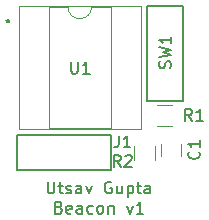
<source format=gbr>
G04 #@! TF.GenerationSoftware,KiCad,Pcbnew,5.0.1-33cea8e~68~ubuntu18.04.1*
G04 #@! TF.CreationDate,2018-11-06T10:20:57-05:00*
G04 #@! TF.ProjectId,beacon,626561636F6E2E6B696361645F706362,rev?*
G04 #@! TF.SameCoordinates,Original*
G04 #@! TF.FileFunction,Legend,Top*
G04 #@! TF.FilePolarity,Positive*
%FSLAX46Y46*%
G04 Gerber Fmt 4.6, Leading zero omitted, Abs format (unit mm)*
G04 Created by KiCad (PCBNEW 5.0.1-33cea8e~68~ubuntu18.04.1) date Tue 06 Nov 2018 10:20:57 AM EST*
%MOMM*%
%LPD*%
G01*
G04 APERTURE LIST*
%ADD10C,0.200000*%
%ADD11C,0.120000*%
%ADD12C,0.150000*%
G04 APERTURE END LIST*
D10*
X118166666Y-93602380D02*
X118166666Y-94411904D01*
X118214285Y-94507142D01*
X118261904Y-94554761D01*
X118357142Y-94602380D01*
X118547619Y-94602380D01*
X118642857Y-94554761D01*
X118690476Y-94507142D01*
X118738095Y-94411904D01*
X118738095Y-93602380D01*
X119071428Y-93935714D02*
X119452380Y-93935714D01*
X119214285Y-93602380D02*
X119214285Y-94459523D01*
X119261904Y-94554761D01*
X119357142Y-94602380D01*
X119452380Y-94602380D01*
X119738095Y-94554761D02*
X119833333Y-94602380D01*
X120023809Y-94602380D01*
X120119047Y-94554761D01*
X120166666Y-94459523D01*
X120166666Y-94411904D01*
X120119047Y-94316666D01*
X120023809Y-94269047D01*
X119880952Y-94269047D01*
X119785714Y-94221428D01*
X119738095Y-94126190D01*
X119738095Y-94078571D01*
X119785714Y-93983333D01*
X119880952Y-93935714D01*
X120023809Y-93935714D01*
X120119047Y-93983333D01*
X121023809Y-94602380D02*
X121023809Y-94078571D01*
X120976190Y-93983333D01*
X120880952Y-93935714D01*
X120690476Y-93935714D01*
X120595238Y-93983333D01*
X121023809Y-94554761D02*
X120928571Y-94602380D01*
X120690476Y-94602380D01*
X120595238Y-94554761D01*
X120547619Y-94459523D01*
X120547619Y-94364285D01*
X120595238Y-94269047D01*
X120690476Y-94221428D01*
X120928571Y-94221428D01*
X121023809Y-94173809D01*
X121404761Y-93935714D02*
X121642857Y-94602380D01*
X121880952Y-93935714D01*
X123547619Y-93650000D02*
X123452380Y-93602380D01*
X123309523Y-93602380D01*
X123166666Y-93650000D01*
X123071428Y-93745238D01*
X123023809Y-93840476D01*
X122976190Y-94030952D01*
X122976190Y-94173809D01*
X123023809Y-94364285D01*
X123071428Y-94459523D01*
X123166666Y-94554761D01*
X123309523Y-94602380D01*
X123404761Y-94602380D01*
X123547619Y-94554761D01*
X123595238Y-94507142D01*
X123595238Y-94173809D01*
X123404761Y-94173809D01*
X124452380Y-93935714D02*
X124452380Y-94602380D01*
X124023809Y-93935714D02*
X124023809Y-94459523D01*
X124071428Y-94554761D01*
X124166666Y-94602380D01*
X124309523Y-94602380D01*
X124404761Y-94554761D01*
X124452380Y-94507142D01*
X124928571Y-93935714D02*
X124928571Y-94935714D01*
X124928571Y-93983333D02*
X125023809Y-93935714D01*
X125214285Y-93935714D01*
X125309523Y-93983333D01*
X125357142Y-94030952D01*
X125404761Y-94126190D01*
X125404761Y-94411904D01*
X125357142Y-94507142D01*
X125309523Y-94554761D01*
X125214285Y-94602380D01*
X125023809Y-94602380D01*
X124928571Y-94554761D01*
X125690476Y-93935714D02*
X126071428Y-93935714D01*
X125833333Y-93602380D02*
X125833333Y-94459523D01*
X125880952Y-94554761D01*
X125976190Y-94602380D01*
X126071428Y-94602380D01*
X126833333Y-94602380D02*
X126833333Y-94078571D01*
X126785714Y-93983333D01*
X126690476Y-93935714D01*
X126500000Y-93935714D01*
X126404761Y-93983333D01*
X126833333Y-94554761D02*
X126738095Y-94602380D01*
X126500000Y-94602380D01*
X126404761Y-94554761D01*
X126357142Y-94459523D01*
X126357142Y-94364285D01*
X126404761Y-94269047D01*
X126500000Y-94221428D01*
X126738095Y-94221428D01*
X126833333Y-94173809D01*
X119119047Y-95778571D02*
X119261904Y-95826190D01*
X119309523Y-95873809D01*
X119357142Y-95969047D01*
X119357142Y-96111904D01*
X119309523Y-96207142D01*
X119261904Y-96254761D01*
X119166666Y-96302380D01*
X118785714Y-96302380D01*
X118785714Y-95302380D01*
X119119047Y-95302380D01*
X119214285Y-95350000D01*
X119261904Y-95397619D01*
X119309523Y-95492857D01*
X119309523Y-95588095D01*
X119261904Y-95683333D01*
X119214285Y-95730952D01*
X119119047Y-95778571D01*
X118785714Y-95778571D01*
X120166666Y-96254761D02*
X120071428Y-96302380D01*
X119880952Y-96302380D01*
X119785714Y-96254761D01*
X119738095Y-96159523D01*
X119738095Y-95778571D01*
X119785714Y-95683333D01*
X119880952Y-95635714D01*
X120071428Y-95635714D01*
X120166666Y-95683333D01*
X120214285Y-95778571D01*
X120214285Y-95873809D01*
X119738095Y-95969047D01*
X121071428Y-96302380D02*
X121071428Y-95778571D01*
X121023809Y-95683333D01*
X120928571Y-95635714D01*
X120738095Y-95635714D01*
X120642857Y-95683333D01*
X121071428Y-96254761D02*
X120976190Y-96302380D01*
X120738095Y-96302380D01*
X120642857Y-96254761D01*
X120595238Y-96159523D01*
X120595238Y-96064285D01*
X120642857Y-95969047D01*
X120738095Y-95921428D01*
X120976190Y-95921428D01*
X121071428Y-95873809D01*
X121976190Y-96254761D02*
X121880952Y-96302380D01*
X121690476Y-96302380D01*
X121595238Y-96254761D01*
X121547619Y-96207142D01*
X121500000Y-96111904D01*
X121500000Y-95826190D01*
X121547619Y-95730952D01*
X121595238Y-95683333D01*
X121690476Y-95635714D01*
X121880952Y-95635714D01*
X121976190Y-95683333D01*
X122547619Y-96302380D02*
X122452380Y-96254761D01*
X122404761Y-96207142D01*
X122357142Y-96111904D01*
X122357142Y-95826190D01*
X122404761Y-95730952D01*
X122452380Y-95683333D01*
X122547619Y-95635714D01*
X122690476Y-95635714D01*
X122785714Y-95683333D01*
X122833333Y-95730952D01*
X122880952Y-95826190D01*
X122880952Y-96111904D01*
X122833333Y-96207142D01*
X122785714Y-96254761D01*
X122690476Y-96302380D01*
X122547619Y-96302380D01*
X123309523Y-95635714D02*
X123309523Y-96302380D01*
X123309523Y-95730952D02*
X123357142Y-95683333D01*
X123452380Y-95635714D01*
X123595238Y-95635714D01*
X123690476Y-95683333D01*
X123738095Y-95778571D01*
X123738095Y-96302380D01*
X124880952Y-95635714D02*
X125119047Y-96302380D01*
X125357142Y-95635714D01*
X126261904Y-96302380D02*
X125690476Y-96302380D01*
X125976190Y-96302380D02*
X125976190Y-95302380D01*
X125880952Y-95445238D01*
X125785714Y-95540476D01*
X125690476Y-95588095D01*
X114934164Y-80067082D02*
G75*
G02X114950000Y-80000000I-134164J67082D01*
G01*
D11*
G04 #@! TO.C,C1*
X127750000Y-90400000D02*
X127750000Y-91400000D01*
X129450000Y-91400000D02*
X129450000Y-90400000D01*
D12*
G04 #@! TO.C,J1*
X123550000Y-92650000D02*
X115550000Y-92650000D01*
X115550000Y-92650000D02*
X115550000Y-89650000D01*
X115550000Y-89650000D02*
X123550000Y-89650000D01*
X123550000Y-89650000D02*
X123550000Y-92650000D01*
D11*
G04 #@! TO.C,R1*
X127450000Y-87120000D02*
X128650000Y-87120000D01*
X128650000Y-88880000D02*
X127450000Y-88880000D01*
G04 #@! TO.C,R2*
X127230000Y-90550000D02*
X127230000Y-91750000D01*
X125470000Y-91750000D02*
X125470000Y-90550000D01*
D12*
G04 #@! TO.C,SW1*
X129600000Y-78750000D02*
X129600000Y-86750000D01*
X129600000Y-86750000D02*
X126600000Y-86750000D01*
X126600000Y-86750000D02*
X126600000Y-78750000D01*
X126600000Y-78750000D02*
X129600000Y-78750000D01*
D11*
G04 #@! TO.C,U1*
X126025001Y-78735001D02*
X115745001Y-78735001D01*
X126025001Y-89135001D02*
X126025001Y-78735001D01*
X115745001Y-89135001D02*
X126025001Y-89135001D01*
X115745001Y-78735001D02*
X115745001Y-89135001D01*
X123535001Y-78795001D02*
X121885001Y-78795001D01*
X123535001Y-89075001D02*
X123535001Y-78795001D01*
X118235001Y-89075001D02*
X123535001Y-89075001D01*
X118235001Y-78795001D02*
X118235001Y-89075001D01*
X119885001Y-78795001D02*
X118235001Y-78795001D01*
X121885001Y-78795001D02*
G75*
G02X119885001Y-78795001I-1000000J0D01*
G01*
G04 #@! TO.C,C1*
D12*
X130957142Y-91066666D02*
X131004761Y-91114285D01*
X131052380Y-91257142D01*
X131052380Y-91352380D01*
X131004761Y-91495238D01*
X130909523Y-91590476D01*
X130814285Y-91638095D01*
X130623809Y-91685714D01*
X130480952Y-91685714D01*
X130290476Y-91638095D01*
X130195238Y-91590476D01*
X130100000Y-91495238D01*
X130052380Y-91352380D01*
X130052380Y-91257142D01*
X130100000Y-91114285D01*
X130147619Y-91066666D01*
X131052380Y-90114285D02*
X131052380Y-90685714D01*
X131052380Y-90400000D02*
X130052380Y-90400000D01*
X130195238Y-90495238D01*
X130290476Y-90590476D01*
X130338095Y-90685714D01*
G04 #@! TO.C,J1*
X124166666Y-89702380D02*
X124166666Y-90416666D01*
X124119047Y-90559523D01*
X124023809Y-90654761D01*
X123880952Y-90702380D01*
X123785714Y-90702380D01*
X125166666Y-90702380D02*
X124595238Y-90702380D01*
X124880952Y-90702380D02*
X124880952Y-89702380D01*
X124785714Y-89845238D01*
X124690476Y-89940476D01*
X124595238Y-89988095D01*
G04 #@! TO.C,R1*
X130383333Y-88452380D02*
X130050000Y-87976190D01*
X129811904Y-88452380D02*
X129811904Y-87452380D01*
X130192857Y-87452380D01*
X130288095Y-87500000D01*
X130335714Y-87547619D01*
X130383333Y-87642857D01*
X130383333Y-87785714D01*
X130335714Y-87880952D01*
X130288095Y-87928571D01*
X130192857Y-87976190D01*
X129811904Y-87976190D01*
X131335714Y-88452380D02*
X130764285Y-88452380D01*
X131050000Y-88452380D02*
X131050000Y-87452380D01*
X130954761Y-87595238D01*
X130859523Y-87690476D01*
X130764285Y-87738095D01*
G04 #@! TO.C,R2*
X124333333Y-92352380D02*
X124000000Y-91876190D01*
X123761904Y-92352380D02*
X123761904Y-91352380D01*
X124142857Y-91352380D01*
X124238095Y-91400000D01*
X124285714Y-91447619D01*
X124333333Y-91542857D01*
X124333333Y-91685714D01*
X124285714Y-91780952D01*
X124238095Y-91828571D01*
X124142857Y-91876190D01*
X123761904Y-91876190D01*
X124714285Y-91447619D02*
X124761904Y-91400000D01*
X124857142Y-91352380D01*
X125095238Y-91352380D01*
X125190476Y-91400000D01*
X125238095Y-91447619D01*
X125285714Y-91542857D01*
X125285714Y-91638095D01*
X125238095Y-91780952D01*
X124666666Y-92352380D01*
X125285714Y-92352380D01*
G04 #@! TO.C,SW1*
X128554761Y-83983333D02*
X128602380Y-83840476D01*
X128602380Y-83602380D01*
X128554761Y-83507142D01*
X128507142Y-83459523D01*
X128411904Y-83411904D01*
X128316666Y-83411904D01*
X128221428Y-83459523D01*
X128173809Y-83507142D01*
X128126190Y-83602380D01*
X128078571Y-83792857D01*
X128030952Y-83888095D01*
X127983333Y-83935714D01*
X127888095Y-83983333D01*
X127792857Y-83983333D01*
X127697619Y-83935714D01*
X127650000Y-83888095D01*
X127602380Y-83792857D01*
X127602380Y-83554761D01*
X127650000Y-83411904D01*
X127602380Y-83078571D02*
X128602380Y-82840476D01*
X127888095Y-82650000D01*
X128602380Y-82459523D01*
X127602380Y-82221428D01*
X128602380Y-81316666D02*
X128602380Y-81888095D01*
X128602380Y-81602380D02*
X127602380Y-81602380D01*
X127745238Y-81697619D01*
X127840476Y-81792857D01*
X127888095Y-81888095D01*
G04 #@! TO.C,U1*
X120138095Y-83452380D02*
X120138095Y-84261904D01*
X120185714Y-84357142D01*
X120233333Y-84404761D01*
X120328571Y-84452380D01*
X120519047Y-84452380D01*
X120614285Y-84404761D01*
X120661904Y-84357142D01*
X120709523Y-84261904D01*
X120709523Y-83452380D01*
X121709523Y-84452380D02*
X121138095Y-84452380D01*
X121423809Y-84452380D02*
X121423809Y-83452380D01*
X121328571Y-83595238D01*
X121233333Y-83690476D01*
X121138095Y-83738095D01*
G04 #@! TD*
M02*

</source>
